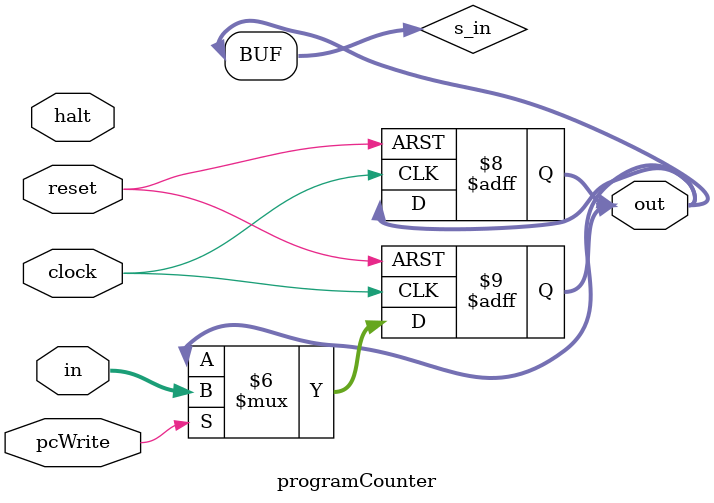
<source format=v>
module programCounter(input            clock, reset, pcWrite, halt,
                      input[15:0]      in, 
                      output reg[15:0] out);

reg[15:0] s_in;

always@(posedge clock or negedge reset)
begin
   if (!reset)
      begin
         s_in <= 16'h0000;
         out  <= 16'h0000;
      end
//   else if (halt == 1'b1)
//      begin
//         clock <= 1'bx;
//      end
   else if (pcWrite == 1'b0)
      begin
         s_in <= s_in;
      end
   else
      begin
         s_in <= in;
      end
end

always@(*)
begin
   out <= s_in;
end

endmodule

</source>
